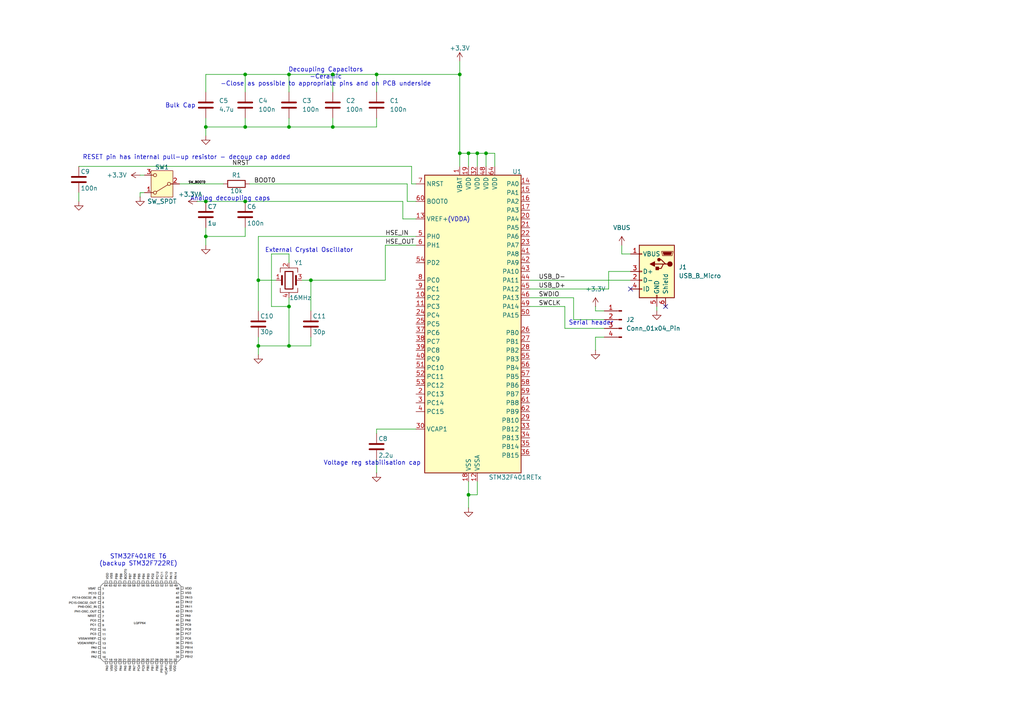
<source format=kicad_sch>
(kicad_sch (version 20231120) (generator "eeschema") (generator_version "8.0")
  (paper "A4")
  (lib_symbols
    (symbol "Connector:Conn_01x04_Pin" (pin_names (offset 1.016) hide)
      (property "Reference" "J" (at 0 5.08 0))
      (property "Value" "Conn_01x04_Pin" (at 0 -7.62 0))
      (symbol "Conn_01x04_Pin_1_1"
        (polyline (pts (xy 1.27 -5.08) (xy 0.8636 -5.08)) (stroke (width 0.1524)))
        (polyline (pts (xy 1.27 -2.54) (xy 0.8636 -2.54)) (stroke (width 0.1524)))
        (polyline (pts (xy 1.27 0) (xy 0.8636 0)) (stroke (width 0.1524)))
        (polyline (pts (xy 1.27 2.54) (xy 0.8636 2.54)) (stroke (width 0.1524)))
        (rectangle (start 0.8636 -4.953) (end 0 -5.207) (stroke (width 0.1524)) (fill (type outline)))
        (rectangle (start 0.8636 -2.413) (end 0 -2.667) (stroke (width 0.1524)) (fill (type outline)))
        (rectangle (start 0.8636 0.127) (end 0 -0.127) (stroke (width 0.1524)) (fill (type outline)))
        (rectangle (start 0.8636 2.667) (end 0 2.413) (stroke (width 0.1524)) (fill (type outline)))
        (pin passive line (at 5.08 2.54 180) (length 3.81) (name "Pin_1") (number "1"))
        (pin passive line (at 5.08 0 180) (length 3.81) (name "Pin_2") (number "2"))
        (pin passive line (at 5.08 -2.54 180) (length 3.81) (name "Pin_3") (number "3"))
        (pin passive line (at 5.08 -5.08 180) (length 3.81) (name "Pin_4") (number "4"))
      )
    )
    (symbol "Connector:USB_B_Micro" (pin_names (offset 1.016))
      (property "Reference" "J" (at -5.08 11.43 0))
      (property "Value" "USB_B_Micro" (at -5.08 8.89 0))
      (symbol "USB_B_Micro_0_1"
        (rectangle (start -5.08 -7.62) (end 5.08 7.62) (stroke (width 0.254)) (fill (type background)))
        (circle (center -3.81 2.159) (radius 0.635) (stroke (width 0.254)) (fill (type outline)))
        (circle (center -0.635 3.429) (radius 0.381) (stroke (width 0.254)) (fill (type outline)))
        (rectangle (start -0.127 -7.62) (end 0.127 -6.858))
        (polyline (pts (xy -1.905 2.159) (xy 0.635 2.159)) (stroke (width 0.254)))
        (polyline (pts (xy -3.175 2.159) (xy -2.54 2.159) (xy -1.27 3.429) (xy -0.635 3.429)) (stroke (width 0.254)))
        (polyline (pts (xy -2.54 2.159) (xy -1.905 2.159) (xy -1.27 0.889) (xy 0 0.889)) (stroke (width 0.254)))
        (polyline (pts (xy 0.635 2.794) (xy 0.635 1.524) (xy 1.905 2.159) (xy 0.635 2.794)) (stroke (width 0.254)) (fill (type outline)))
        (polyline (pts (xy -4.318 5.588) (xy -1.778 5.588) (xy -2.032 4.826) (xy -4.064 4.826) (xy -4.318 5.588)) (fill (type outline)))
        (polyline (pts (xy -4.699 5.842) (xy -4.699 5.588) (xy -4.445 4.826) (xy -4.445 4.572) (xy -1.651 4.572) (xy -1.651 4.826) (xy -1.397 5.588) (xy -1.397 5.842) (xy -4.699 5.842)))
        (rectangle (start 0.254 1.27) (end -0.508 0.508) (stroke (width 0.254)) (fill (type outline)))
        (rectangle (start 5.08 -5.207) (end 4.318 -4.953))
        (rectangle (start 5.08 -2.667) (end 4.318 -2.413))
        (rectangle (start 5.08 -0.127) (end 4.318 0.127))
        (rectangle (start 5.08 4.953) (end 4.318 5.207))
      )
      (symbol "USB_B_Micro_1_1"
        (pin power_out line (at 7.62 5.08 180) (length 2.54) (name "VBUS") (number "1"))
        (pin bidirectional line (at 7.62 -2.54 180) (length 2.54) (name "D-") (number "2"))
        (pin bidirectional line (at 7.62 0 180) (length 2.54) (name "D+") (number "3"))
        (pin passive line (at 7.62 -5.08 180) (length 2.54) (name "ID") (number "4"))
        (pin power_out line (at 0 -10.16 90) (length 2.54) (name "GND") (number "5"))
        (pin passive line (at -2.54 -10.16 90) (length 2.54) (name "Shield") (number "6"))
      )
    )
    (symbol "Device:C" (pin_numbers hide) (pin_names (offset 0.254))
      (property "Reference" "C" (at 0.635 2.54 0))
      (property "Value" "C" (at 0.635 -2.54 0))
      (symbol "C_0_1"
        (polyline (pts (xy -2.032 -0.762) (xy 2.032 -0.762)) (stroke (width 0.508)))
        (polyline (pts (xy -2.032 0.762) (xy 2.032 0.762)) (stroke (width 0.508)))
      )
      (symbol "C_1_1"
        (pin passive line (at 0 3.81 270) (length 2.794) (name "~") (number "1"))
        (pin passive line (at 0 -3.81 90) (length 2.794) (name "~") (number "2"))
      )
    )
    (symbol "Device:Crystal_GND24" (pin_names (offset 1.016) hide)
      (property "Reference" "Y" (at 3.175 5.08 0))
      (property "Value" "Crystal_GND24" (at 3.175 3.175 0))
      (symbol "Crystal_GND24_0_1"
        (rectangle (start -1.143 2.54) (end 1.143 -2.54) (stroke (width 0.3048)))
        (polyline (pts (xy -2.54 0) (xy -2.032 0)))
        (polyline (pts (xy -2.032 -1.27) (xy -2.032 1.27)) (stroke (width 0.508)))
        (polyline (pts (xy 0 -3.81) (xy 0 -3.556)))
        (polyline (pts (xy 0 3.556) (xy 0 3.81)))
        (polyline (pts (xy 2.032 -1.27) (xy 2.032 1.27)) (stroke (width 0.508)))
        (polyline (pts (xy 2.032 0) (xy 2.54 0)))
        (polyline (pts (xy -2.54 -2.286) (xy -2.54 -3.556) (xy 2.54 -3.556) (xy 2.54 -2.286)))
        (polyline (pts (xy -2.54 2.286) (xy -2.54 3.556) (xy 2.54 3.556) (xy 2.54 2.286)))
      )
      (symbol "Crystal_GND24_1_1"
        (pin passive line (at -3.81 0 0) (length 1.27) (name "1") (number "1"))
        (pin passive line (at 0 5.08 270) (length 1.27) (name "2") (number "2"))
        (pin passive line (at 3.81 0 180) (length 1.27) (name "3") (number "3"))
        (pin passive line (at 0 -5.08 90) (length 1.27) (name "4") (number "4"))
      )
    )
    (symbol "Device:R" (pin_numbers hide) (pin_names (offset 0))
      (property "Reference" "R" (at 2.032 0 90))
      (property "Value" "R" (at 0 0 90))
      (symbol "R_0_1"
        (rectangle (start -1.016 -2.54) (end 1.016 2.54) (stroke (width 0.254)))
      )
      (symbol "R_1_1"
        (pin passive line (at 0 3.81 270) (length 1.27) (name "~") (number "1"))
        (pin passive line (at 0 -3.81 90) (length 1.27) (name "~") (number "2"))
      )
    )
    (symbol "MCU_ST_STM32F4:STM32F401RETx"
      (property "Reference" "U" (at -12.7 44.45 0))
      (property "Value" "STM32F401RETx" (at 10.16 44.45 0))
      (symbol "STM32F401RETx_0_1"
        (rectangle (start -12.7 -43.18) (end 15.24 43.18) (stroke (width 0.254)) (fill (type background)))
      )
      (symbol "STM32F401RETx_1_1"
        (pin power_in line (at -2.54 45.72 270) (length 2.54) (name "VBAT") (number "1"))
        (pin bidirectional line (at -15.24 7.62 0) (length 2.54) (name "PC2") (number "10"))
        (pin bidirectional line (at -15.24 5.08 0) (length 2.54) (name "PC3") (number "11"))
        (pin power_in line (at 2.54 -45.72 90) (length 2.54) (name "VSSA") (number "12"))
        (pin input line (at -15.24 30.48 0) (length 2.54) (name "VREF+") (number "13"))
        (pin bidirectional line (at 17.78 40.64 180) (length 2.54) (name "PA0") (number "14"))
        (pin bidirectional line (at 17.78 38.1 180) (length 2.54) (name "PA1") (number "15"))
        (pin bidirectional line (at 17.78 35.56 180) (length 2.54) (name "PA2") (number "16"))
        (pin bidirectional line (at 17.78 33.02 180) (length 2.54) (name "PA3") (number "17"))
        (pin power_in line (at 0 -45.72 90) (length 2.54) (name "VSS") (number "18"))
        (pin power_in line (at 0 45.72 270) (length 2.54) (name "VDD") (number "19"))
        (pin bidirectional line (at -15.24 -20.32 0) (length 2.54) (name "PC13") (number "2"))
        (pin bidirectional line (at 17.78 30.48 180) (length 2.54) (name "PA4") (number "20"))
        (pin bidirectional line (at 17.78 27.94 180) (length 2.54) (name "PA5") (number "21"))
        (pin bidirectional line (at 17.78 25.4 180) (length 2.54) (name "PA6") (number "22"))
        (pin bidirectional line (at 17.78 22.86 180) (length 2.54) (name "PA7") (number "23"))
        (pin bidirectional line (at -15.24 2.54 0) (length 2.54) (name "PC4") (number "24"))
        (pin bidirectional line (at -15.24 0 0) (length 2.54) (name "PC5") (number "25"))
        (pin bidirectional line (at 17.78 -2.54 180) (length 2.54) (name "PB0") (number "26"))
        (pin bidirectional line (at 17.78 -5.08 180) (length 2.54) (name "PB1") (number "27"))
        (pin bidirectional line (at 17.78 -7.62 180) (length 2.54) (name "PB2") (number "28"))
        (pin bidirectional line (at 17.78 -27.94 180) (length 2.54) (name "PB10") (number "29"))
        (pin bidirectional line (at -15.24 -22.86 0) (length 2.54) (name "PC14") (number "3"))
        (pin power_out line (at -15.24 -30.48 0) (length 2.54) (name "VCAP1") (number "30"))
        (pin passive line (at 0 -45.72 90) (length 2.54) hide (name "VSS") (number "31"))
        (pin power_in line (at 2.54 45.72 270) (length 2.54) (name "VDD") (number "32"))
        (pin bidirectional line (at 17.78 -30.48 180) (length 2.54) (name "PB12") (number "33"))
        (pin bidirectional line (at 17.78 -33.02 180) (length 2.54) (name "PB13") (number "34"))
        (pin bidirectional line (at 17.78 -35.56 180) (length 2.54) (name "PB14") (number "35"))
        (pin bidirectional line (at 17.78 -38.1 180) (length 2.54) (name "PB15") (number "36"))
        (pin bidirectional line (at -15.24 -2.54 0) (length 2.54) (name "PC6") (number "37"))
        (pin bidirectional line (at -15.24 -5.08 0) (length 2.54) (name "PC7") (number "38"))
        (pin bidirectional line (at -15.24 -7.62 0) (length 2.54) (name "PC8") (number "39"))
        (pin bidirectional line (at -15.24 -25.4 0) (length 2.54) (name "PC15") (number "4"))
        (pin bidirectional line (at -15.24 -10.16 0) (length 2.54) (name "PC9") (number "40"))
        (pin bidirectional line (at 17.78 20.32 180) (length 2.54) (name "PA8") (number "41"))
        (pin bidirectional line (at 17.78 17.78 180) (length 2.54) (name "PA9") (number "42"))
        (pin bidirectional line (at 17.78 15.24 180) (length 2.54) (name "PA10") (number "43"))
        (pin bidirectional line (at 17.78 12.7 180) (length 2.54) (name "PA11") (number "44"))
        (pin bidirectional line (at 17.78 10.16 180) (length 2.54) (name "PA12") (number "45"))
        (pin bidirectional line (at 17.78 7.62 180) (length 2.54) (name "PA13") (number "46"))
        (pin passive line (at 0 -45.72 90) (length 2.54) hide (name "VSS") (number "47"))
        (pin power_in line (at 5.08 45.72 270) (length 2.54) (name "VDD") (number "48"))
        (pin bidirectional line (at 17.78 5.08 180) (length 2.54) (name "PA14") (number "49"))
        (pin bidirectional line (at -15.24 25.4 0) (length 2.54) (name "PH0") (number "5"))
        (pin bidirectional line (at 17.78 2.54 180) (length 2.54) (name "PA15") (number "50"))
        (pin bidirectional line (at -15.24 -12.7 0) (length 2.54) (name "PC10") (number "51"))
        (pin bidirectional line (at -15.24 -15.24 0) (length 2.54) (name "PC11") (number "52"))
        (pin bidirectional line (at -15.24 -17.78 0) (length 2.54) (name "PC12") (number "53"))
        (pin bidirectional line (at -15.24 17.78 0) (length 2.54) (name "PD2") (number "54"))
        (pin bidirectional line (at 17.78 -10.16 180) (length 2.54) (name "PB3") (number "55"))
        (pin bidirectional line (at 17.78 -12.7 180) (length 2.54) (name "PB4") (number "56"))
        (pin bidirectional line (at 17.78 -15.24 180) (length 2.54) (name "PB5") (number "57"))
        (pin bidirectional line (at 17.78 -17.78 180) (length 2.54) (name "PB6") (number "58"))
        (pin bidirectional line (at 17.78 -20.32 180) (length 2.54) (name "PB7") (number "59"))
        (pin bidirectional line (at -15.24 22.86 0) (length 2.54) (name "PH1") (number "6"))
        (pin input line (at -15.24 35.56 0) (length 2.54) (name "BOOT0") (number "60"))
        (pin bidirectional line (at 17.78 -22.86 180) (length 2.54) (name "PB8") (number "61"))
        (pin bidirectional line (at 17.78 -25.4 180) (length 2.54) (name "PB9") (number "62"))
        (pin passive line (at 0 -45.72 90) (length 2.54) hide (name "VSS") (number "63"))
        (pin power_in line (at 7.62 45.72 270) (length 2.54) (name "VDD") (number "64"))
        (pin input line (at -15.24 40.64 0) (length 2.54) (name "NRST") (number "7"))
        (pin bidirectional line (at -15.24 12.7 0) (length 2.54) (name "PC0") (number "8"))
        (pin bidirectional line (at -15.24 10.16 0) (length 2.54) (name "PC1") (number "9"))
      )
    )
    (symbol "Switch:SW_SPDT" (pin_names (offset 0) hide)
      (property "Reference" "SW" (at 0 5.08 0))
      (property "Value" "SW_SPDT" (at 0 -5.08 0))
      (symbol "SW_SPDT_0_1"
        (circle (center -2.032 0) (radius 0.4572))
        (polyline (pts (xy -1.651 0.254) (xy 1.651 2.286)))
        (circle (center 2.032 -2.54) (radius 0.4572))
        (circle (center 2.032 2.54) (radius 0.4572))
      )
      (symbol "SW_SPDT_1_1"
        (rectangle (start -3.175 3.81) (end 3.175 -3.81) (fill (type background)))
        (pin passive line (at 5.08 2.54 180) (length 2.54) (name "A") (number "1"))
        (pin passive line (at -5.08 0 0) (length 2.54) (name "B") (number "2"))
        (pin passive line (at 5.08 -2.54 180) (length 2.54) (name "C") (number "3"))
      )
    )
    (symbol "power:+3.3V" (power) (pin_numbers hide) (pin_names (offset 0) hide)
      (property "Value" "+3.3V" (at 0 3.556 0))
      (symbol "+3.3V_0_1"
        (polyline (pts (xy -0.762 1.27) (xy 0 2.54)))
        (polyline (pts (xy 0 0) (xy 0 2.54)))
        (polyline (pts (xy 0 2.54) (xy 0.762 1.27)))
      )
      (symbol "+3.3V_1_1"
        (pin power_in line (at 0 0 90) (length 0) (name "~") (number "1"))
      )
    )
    (symbol "power:+3.3VA" (power) (pin_numbers hide) (pin_names (offset 0) hide)
      (property "Value" "+3.3VA" (at 0 3.556 0))
      (symbol "+3.3VA_0_1"
        (polyline (pts (xy -0.762 1.27) (xy 0 2.54)))
        (polyline (pts (xy 0 0) (xy 0 2.54)))
        (polyline (pts (xy 0 2.54) (xy 0.762 1.27)))
      )
      (symbol "+3.3VA_1_1"
        (pin power_in line (at 0 0 90) (length 0) (name "~") (number "1"))
      )
    )
    (symbol "power:GND" (power) (pin_numbers hide) (pin_names (offset 0) hide)
      (property "Value" "GND" (at 0 -3.81 0))
      (symbol "GND_0_1"
        (polyline (pts (xy 0 0) (xy 0 -1.27) (xy 1.27 -1.27) (xy 0 -2.54) (xy -1.27 -1.27) (xy 0 -1.27)))
      )
      (symbol "GND_1_1"
        (pin power_in line (at 0 0 270) (length 0) (name "~") (number "1"))
      )
    )
    (symbol "power:VBUS" (power) (pin_numbers hide) (pin_names (offset 0) hide)
      (property "Value" "VBUS" (at 0 3.556 0))
      (symbol "VBUS_0_1"
        (polyline (pts (xy -0.762 1.27) (xy 0 2.54)))
        (polyline (pts (xy 0 0) (xy 0 2.54)))
        (polyline (pts (xy 0 2.54) (xy 0.762 1.27)))
      )
      (symbol "VBUS_1_1"
        (pin power_in line (at 0 0 90) (length 0) (name "~") (number "1"))
      )
    )
  )
  (junction (at 83.82 21.59))
  (junction (at 71.12 36.83))
  (junction (at 74.93 100.33))
  (junction (at 140.97 44.45))
  (junction (at 133.35 44.45))
  (junction (at 83.82 100.33))
  (junction (at 109.22 21.59))
  (junction (at 71.12 21.59))
  (junction (at 135.89 44.45))
  (junction (at 96.52 21.59))
  (junction (at 74.93 81.28))
  (junction (at 59.69 36.83))
  (junction (at 90.17 81.28))
  (junction (at 59.69 58.42))
  (junction (at 133.35 21.59))
  (junction (at 135.89 143.51))
  (junction (at 138.43 44.45))
  (junction (at 71.12 58.42))
  (junction (at 83.82 36.83))
  (junction (at 59.69 68.58))
  (junction (at 83.82 88.9))
  (junction (at 96.52 36.83))
  (no_connect (at 182.88 83.82))
  (no_connect (at 193.04 88.9))
  (wire (pts (xy 59.69 21.59) (xy 71.12 21.59)))
  (wire (pts (xy 83.82 100.33) (xy 90.17 100.33)))
  (wire (pts (xy 96.52 36.83) (xy 109.22 36.83)))
  (wire (pts (xy 90.17 100.33) (xy 90.17 97.79)))
  (wire (pts (xy 71.12 36.83) (xy 83.82 36.83)))
  (wire (pts (xy 59.69 36.83) (xy 71.12 36.83)))
  (wire (pts (xy 83.82 36.83) (xy 96.52 36.83)))
  (wire (pts (xy 59.69 68.58) (xy 59.69 66.04)))
  (wire (pts (xy 118.11 53.34) (xy 118.11 58.42)))
  (wire (pts (xy 78.74 73.66) (xy 78.74 88.9)))
  (wire (pts (xy 83.82 88.9) (xy 83.82 100.33)))
  (wire (pts (xy 109.22 36.83) (xy 109.22 34.29)))
  (wire (pts (xy 133.35 17.78) (xy 133.35 21.59)))
  (wire (pts (xy 96.52 21.59) (xy 96.52 26.67)))
  (wire (pts (xy 133.35 44.45) (xy 133.35 48.26)))
  (wire (pts (xy 120.65 53.34) (xy 119.38 53.34)))
  (wire (pts (xy 83.82 88.9) (xy 83.82 86.36)))
  (wire (pts (xy 71.12 36.83) (xy 71.12 34.29)))
  (wire (pts (xy 74.93 81.28) (xy 74.93 90.17)))
  (wire (pts (xy 71.12 66.04) (xy 71.12 68.58)))
  (wire (pts (xy 175.26 92.71) (xy 166.37 92.71)))
  (wire (pts (xy 90.17 81.28) (xy 111.76 81.28)))
  (wire (pts (xy 163.83 88.9) (xy 163.83 95.25)))
  (wire (pts (xy 57.15 58.42) (xy 59.69 58.42)))
  (wire (pts (xy 138.43 44.45) (xy 138.43 48.26)))
  (wire (pts (xy 111.76 71.12) (xy 120.65 71.12)))
  (wire (pts (xy 163.83 95.25) (xy 175.26 95.25)))
  (wire (pts (xy 111.76 81.28) (xy 111.76 71.12)))
  (wire (pts (xy 74.93 68.58) (xy 74.93 81.28)))
  (wire (pts (xy 71.12 68.58) (xy 59.69 68.58)))
  (wire (pts (xy 109.22 124.46) (xy 109.22 125.73)))
  (wire (pts (xy 78.74 88.9) (xy 83.82 88.9)))
  (wire (pts (xy 83.82 21.59) (xy 71.12 21.59)))
  (wire (pts (xy 96.52 21.59) (xy 83.82 21.59)))
  (wire (pts (xy 138.43 44.45) (xy 140.97 44.45)))
  (wire (pts (xy 176.53 78.74) (xy 182.88 78.74)))
  (wire (pts (xy 153.67 81.28) (xy 182.88 81.28)))
  (wire (pts (xy 22.86 55.88) (xy 22.86 58.42)))
  (wire (pts (xy 109.22 21.59) (xy 109.22 26.67)))
  (wire (pts (xy 116.84 63.5) (xy 120.65 63.5)))
  (wire (pts (xy 40.64 55.88) (xy 41.91 55.88)))
  (wire (pts (xy 22.86 48.26) (xy 119.38 48.26)))
  (wire (pts (xy 59.69 58.42) (xy 71.12 58.42)))
  (wire (pts (xy 74.93 100.33) (xy 83.82 100.33)))
  (wire (pts (xy 172.72 90.17) (xy 172.72 88.9)))
  (wire (pts (xy 72.39 53.34) (xy 118.11 53.34)))
  (wire (pts (xy 83.82 76.2) (xy 83.82 73.66)))
  (wire (pts (xy 87.63 81.28) (xy 90.17 81.28)))
  (wire (pts (xy 138.43 143.51) (xy 135.89 143.51)))
  (wire (pts (xy 140.97 44.45) (xy 140.97 48.26)))
  (wire (pts (xy 172.72 97.79) (xy 175.26 97.79)))
  (wire (pts (xy 71.12 21.59) (xy 71.12 26.67)))
  (wire (pts (xy 59.69 26.67) (xy 59.69 21.59)))
  (wire (pts (xy 96.52 36.83) (xy 96.52 34.29)))
  (wire (pts (xy 133.35 21.59) (xy 133.35 44.45)))
  (wire (pts (xy 109.22 21.59) (xy 96.52 21.59)))
  (wire (pts (xy 118.11 58.42) (xy 120.65 58.42)))
  (wire (pts (xy 120.65 124.46) (xy 109.22 124.46)))
  (wire (pts (xy 59.69 34.29) (xy 59.69 36.83)))
  (wire (pts (xy 135.89 139.7) (xy 135.89 143.51)))
  (wire (pts (xy 190.5 88.9) (xy 190.5 90.17)))
  (wire (pts (xy 74.93 100.33) (xy 74.93 102.87)))
  (wire (pts (xy 90.17 81.28) (xy 90.17 90.17)))
  (wire (pts (xy 40.64 50.8) (xy 41.91 50.8)))
  (wire (pts (xy 153.67 86.36) (xy 166.37 86.36)))
  (wire (pts (xy 143.51 44.45) (xy 143.51 48.26)))
  (wire (pts (xy 153.67 88.9) (xy 163.83 88.9)))
  (wire (pts (xy 74.93 97.79) (xy 74.93 100.33)))
  (wire (pts (xy 135.89 143.51) (xy 135.89 147.32)))
  (wire (pts (xy 140.97 44.45) (xy 143.51 44.45)))
  (wire (pts (xy 172.72 101.6) (xy 172.72 97.79)))
  (wire (pts (xy 175.26 90.17) (xy 172.72 90.17)))
  (wire (pts (xy 83.82 36.83) (xy 83.82 34.29)))
  (wire (pts (xy 59.69 36.83) (xy 59.69 39.37)))
  (wire (pts (xy 153.67 83.82) (xy 176.53 83.82)))
  (wire (pts (xy 135.89 44.45) (xy 135.89 48.26)))
  (wire (pts (xy 133.35 21.59) (xy 109.22 21.59)))
  (wire (pts (xy 119.38 48.26) (xy 119.38 53.34)))
  (wire (pts (xy 180.34 71.12) (xy 180.34 73.66)))
  (wire (pts (xy 40.64 57.15) (xy 40.64 55.88)))
  (wire (pts (xy 166.37 92.71) (xy 166.37 86.36)))
  (wire (pts (xy 176.53 83.82) (xy 176.53 78.74)))
  (wire (pts (xy 59.69 68.58) (xy 59.69 71.12)))
  (wire (pts (xy 180.34 73.66) (xy 182.88 73.66)))
  (wire (pts (xy 71.12 58.42) (xy 116.84 58.42)))
  (wire (pts (xy 138.43 139.7) (xy 138.43 143.51)))
  (wire (pts (xy 52.07 53.34) (xy 64.77 53.34)))
  (wire (pts (xy 133.35 44.45) (xy 135.89 44.45)))
  (wire (pts (xy 74.93 81.28) (xy 80.01 81.28)))
  (wire (pts (xy 135.89 44.45) (xy 138.43 44.45)))
  (wire (pts (xy 109.22 133.35) (xy 109.22 137.16)))
  (wire (pts (xy 116.84 58.42) (xy 116.84 63.5)))
  (wire (pts (xy 74.93 68.58) (xy 120.65 68.58)))
  (wire (pts (xy 83.82 73.66) (xy 78.74 73.66)))
  (wire (pts (xy 83.82 21.59) (xy 83.82 26.67)))
  (image (at 38.1 180.34) (scale 0.461412))
  (text "External Crystal Oscillator" (at 89.662 72.644 0) (effects (font (size 1.27 1.27))))
  (text "Bulk Cap" (at 52.324 30.734 0) (effects (font (size 1.27 1.27))))
  (text "STM32F401RE T6\n(backup STM32F722RE)" (at 40.132 162.56 0) (effects (font (size 1.27 1.27))))
  (text "Decoupling Capacitors\n-Ceramic\n-Close as possible to appropriate pins and on PCB underside" (at 94.488 22.352 0) (effects (font (size 1.27 1.27))))
  (text "(VDDA)\n" (at 133.096 63.754 0) (effects (font (size 1.27 1.27))))
  (text "RESET pin has internal pull-up resistor - decoup cap added" (at 54.102 45.72 0) (effects (font (size 1.27 1.27))))
  (text "Serial header" (at 171.45 93.726 0) (effects (font (size 1.27 1.27))))
  (text "Analog decoupling caps\n" (at 66.802 57.658 0) (effects (font (size 1.27 1.27))))
  (text "Voltage reg stabilisation cap" (at 107.95 134.366 0) (effects (font (size 1.27 1.27))))
  (label "HSE_IN" (at 111.76 68.58 0))
  (label "SWCLK" (at 156.21 88.9 0))
  (label "SWDIO" (at 156.21 86.36 0))
  (label "SW_BOOT0" (at 54.61 53.34 0) (effects (font (size 0.635 0.635))))
  (label "BOOT0" (at 73.66 53.34 0))
  (label "HSE_OUT" (at 111.76 71.12 0))
  (label "USB_D-" (at 156.21 81.28 0))
  (label "USB_D+" (at 156.21 83.82 0))
  (label "NRST" (at 67.31 48.26 0))
  (symbol (lib_id "Connector:Conn_01x04_Pin") (at 180.34 92.71 0) (mirror y) (unit 1)
    (property "Reference" "J2" (at 181.61 92.7099 0) (effects (justify right)))
    (property "Value" "Conn_01x04_Pin" (at 181.61 95.2499 0) (effects (justify right)))
    (property "Description" "Generic connector, single row, 01x04, script generated" (effects (hide yes)))
  )
  (symbol (lib_id "Device:C") (at 109.22 129.54 0) (unit 1)
    (property "Reference" "C8" (at 109.728 127.254 0) (effects (justify left)))
    (property "Value" "2.2u" (at 109.728 132.08 0) (effects (justify left)))
    (property "Description" "Unpolarized capacitor" (effects (hide yes)))
  )
  (symbol (lib_id "Connector:USB_B_Micro") (at 190.5 78.74 0) (mirror y) (unit 1)
    (property "Reference" "J1" (at 196.85 77.4699 0) (effects (justify right)))
    (property "Value" "USB_B_Micro" (at 196.85 80.0099 0) (effects (justify right)))
    (property "Description" "USB Micro Type B connector" (effects (hide yes)))
  )
  (symbol (lib_id "Device:C") (at 90.17 93.98 0) (unit 1)
    (property "Reference" "C11" (at 90.678 91.694 0) (effects (justify left)))
    (property "Value" "30p" (at 90.678 96.266 0) (effects (justify left)))
    (property "Description" "Unpolarized capacitor" (effects (hide yes)))
  )
  (symbol (lib_id "Device:C") (at 22.86 52.07 0) (unit 1)
    (property "Reference" "C9" (at 23.368 49.784 0) (effects (justify left)))
    (property "Value" "100n" (at 23.368 54.61 0) (effects (justify left)))
    (property "Description" "Unpolarized capacitor" (effects (hide yes)))
  )
  (symbol (lib_id "power:+3.3V") (at 133.35 17.78 0) (unit 1)
    (property "Reference" "#PWR01" (effects (hide yes)))
    (property "Value" "+3.3V" (at 133.35 13.97 0))
    (property "Description" "Power symbol creates a global label with name \"+3.3V\"" (effects (hide yes)))
  )
  (symbol (lib_id "Switch:SW_SPDT") (at 46.99 53.34 180) (unit 1)
    (property "Reference" "SW1" (at 46.99 48.514 0))
    (property "Value" "SW_SPDT" (at 46.99 58.42 0))
    (property "Description" "Switch, single pole double throw" (effects (hide yes)))
  )
  (symbol (lib_id "Device:C") (at 74.93 93.98 0) (unit 1)
    (property "Reference" "C10" (at 75.438 91.694 0) (effects (justify left)))
    (property "Value" "30p" (at 75.438 96.266 0) (effects (justify left)))
    (property "Description" "Unpolarized capacitor" (effects (hide yes)))
  )
  (symbol (lib_id "power:GND") (at 135.89 147.32 0) (unit 1)
    (property "Reference" "#PWR02" (effects (hide yes)))
    (property "Value" "GND" (effects (hide yes)))
    (property "Description" "Power symbol creates a global label with name \"GND\" , ground" (effects (hide yes)))
  )
  (symbol (lib_id "power:GND") (at 22.86 58.42 0) (unit 1)
    (property "Reference" "#PWR07" (effects (hide yes)))
    (property "Value" "GND" (effects (hide yes)))
    (property "Description" "Power symbol creates a global label with name \"GND\" , ground" (effects (hide yes)))
  )
  (symbol (lib_id "MCU_ST_STM32F4:STM32F401RETx") (at 135.89 93.98 0) (unit 1)
    (property "Reference" "U1" (at 148.59 49.784 0) (effects (justify left)))
    (property "Value" "STM32F401RETx" (at 141.732 138.43 0) (effects (justify left)))
    (property "Footprint" "Package_QFP:LQFP-64_10x10mm_P0.5mm" (effects (hide yes)))
    (property "Datasheet" "https://www.st.com/resource/en/datasheet/stm32f401re.pdf" (effects (hide yes)))
    (property "Description" "STMicroelectronics Arm Cortex-M4 MCU, 512KB flash, 96KB RAM, 84 MHz, 1.7-3.6V, 50 GPIO, LQFP64" (effects (hide yes)))
  )
  (symbol (lib_id "Device:C") (at 71.12 62.23 0) (unit 1)
    (property "Reference" "C6" (at 71.628 59.944 0) (effects (justify left)))
    (property "Value" "100n" (at 71.628 64.77 0) (effects (justify left)))
    (property "Description" "Unpolarized capacitor" (effects (hide yes)))
  )
  (symbol (lib_id "Device:C") (at 71.12 30.48 0) (unit 1)
    (property "Reference" "C4" (at 74.93 29.2099 0) (effects (justify left)))
    (property "Value" "100n" (at 74.93 31.7499 0) (effects (justify left)))
    (property "Description" "Unpolarized capacitor" (effects (hide yes)))
  )
  (symbol (lib_id "Device:C") (at 109.22 30.48 0) (unit 1)
    (property "Reference" "C1" (at 113.03 29.2099 0) (effects (justify left)))
    (property "Value" "100n" (at 113.03 31.7499 0) (effects (justify left)))
    (property "Description" "Unpolarized capacitor" (effects (hide yes)))
  )
  (symbol (lib_id "power:GND") (at 59.69 39.37 0) (unit 1)
    (property "Reference" "#PWR03" (effects (hide yes)))
    (property "Value" "GND" (effects (hide yes)))
    (property "Description" "Power symbol creates a global label with name \"GND\" , ground" (effects (hide yes)))
  )
  (symbol (lib_id "power:GND") (at 109.22 137.16 0) (unit 1)
    (property "Reference" "#PWR06" (effects (hide yes)))
    (property "Value" "GND" (effects (hide yes)))
    (property "Description" "Power symbol creates a global label with name \"GND\" , ground" (effects (hide yes)))
  )
  (symbol (lib_id "power:+3.3VA") (at 57.15 58.42 90) (unit 1)
    (property "Reference" "#PWR04" (effects (hide yes)))
    (property "Value" "+3.3VA" (at 58.674 56.388 90) (effects (justify left)))
    (property "Description" "Power symbol creates a global label with name \"+3.3VA\"" (effects (hide yes)))
  )
  (symbol (lib_id "power:GND") (at 40.64 57.15 0) (unit 1)
    (property "Reference" "#PWR08" (effects (hide yes)))
    (property "Value" "GND" (effects (hide yes)))
    (property "Description" "Power symbol creates a global label with name \"GND\" , ground" (effects (hide yes)))
  )
  (symbol (lib_id "Device:C") (at 96.52 30.48 0) (unit 1)
    (property "Reference" "C2" (at 100.33 29.2099 0) (effects (justify left)))
    (property "Value" "100n" (at 100.33 31.7499 0) (effects (justify left)))
    (property "Description" "Unpolarized capacitor" (effects (hide yes)))
  )
  (symbol (lib_id "Device:C") (at 83.82 30.48 0) (unit 1)
    (property "Reference" "C3" (at 87.63 29.2099 0) (effects (justify left)))
    (property "Value" "100n" (at 87.63 31.7499 0) (effects (justify left)))
    (property "Description" "Unpolarized capacitor" (effects (hide yes)))
  )
  (symbol (lib_id "power:GND") (at 190.5 90.17 0) (unit 1)
    (property "Reference" "#PWR011" (effects (hide yes)))
    (property "Value" "GND" (effects (hide yes)))
    (property "Description" "Power symbol creates a global label with name \"GND\" , ground" (effects (hide yes)))
  )
  (symbol (lib_id "Device:Crystal_GND24") (at 83.82 81.28 0) (unit 1)
    (property "Reference" "Y1" (at 86.614 76.2 0))
    (property "Value" "16MHz" (at 87.122 86.36 0))
    (property "Description" "Four pin crystal, GND on pins 2 and 4" (effects (hide yes)))
  )
  (symbol (lib_id "power:GND") (at 59.69 71.12 0) (unit 1)
    (property "Reference" "#PWR05" (effects (hide yes)))
    (property "Value" "GND" (effects (hide yes)))
    (property "Description" "Power symbol creates a global label with name \"GND\" , ground" (effects (hide yes)))
  )
  (symbol (lib_id "power:+3.3V") (at 40.64 50.8 90) (unit 1)
    (property "Reference" "#PWR09" (effects (hide yes)))
    (property "Value" "+3.3V" (at 36.83 50.7999 90) (effects (justify left)))
    (property "Description" "Power symbol creates a global label with name \"+3.3V\"" (effects (hide yes)))
  )
  (symbol (lib_id "Device:C") (at 59.69 62.23 0) (unit 1)
    (property "Reference" "C7" (at 60.198 59.944 0) (effects (justify left)))
    (property "Value" "1u" (at 60.198 64.77 0) (effects (justify left)))
    (property "Description" "Unpolarized capacitor" (effects (hide yes)))
  )
  (symbol (lib_id "Device:C") (at 59.69 30.48 0) (unit 1)
    (property "Reference" "C5" (at 63.5 29.2099 0) (effects (justify left)))
    (property "Value" "4.7u" (at 63.5 31.7499 0) (effects (justify left)))
    (property "Description" "Unpolarized capacitor" (effects (hide yes)))
  )
  (symbol (lib_id "power:VBUS") (at 180.34 71.12 0) (unit 1)
    (property "Reference" "#PWR012" (effects (hide yes)))
    (property "Value" "VBUS" (at 180.34 66.04 0))
    (property "Description" "Power symbol creates a global label with name \"VBUS\"" (effects (hide yes)))
  )
  (symbol (lib_id "power:GND") (at 74.93 102.87 0) (unit 1)
    (property "Reference" "#PWR010" (effects (hide yes)))
    (property "Value" "GND" (effects (hide yes)))
    (property "Description" "Power symbol creates a global label with name \"GND\" , ground" (effects (hide yes)))
  )
  (symbol (lib_id "power:+3.3V") (at 172.72 88.9 0) (unit 1)
    (property "Reference" "#PWR013" (effects (hide yes)))
    (property "Value" "+3.3V" (at 172.72 83.82 0))
    (property "Description" "Power symbol creates a global label with name \"+3.3V\"" (effects (hide yes)))
  )
  (symbol (lib_id "Device:R") (at 68.58 53.34 90) (unit 1)
    (property "Reference" "R1" (at 68.58 50.8 90))
    (property "Value" "10k" (at 68.58 55.372 90))
    (property "Description" "Resistor" (effects (hide yes)))
  )
  (symbol (lib_id "power:GND") (at 172.72 101.6 0) (unit 1)
    (property "Reference" "#PWR014" (effects (hide yes)))
    (property "Value" "GND" (effects (hide yes)))
    (property "Description" "Power symbol creates a global label with name \"GND\" , ground" (effects (hide yes)))
  )
)
</source>
